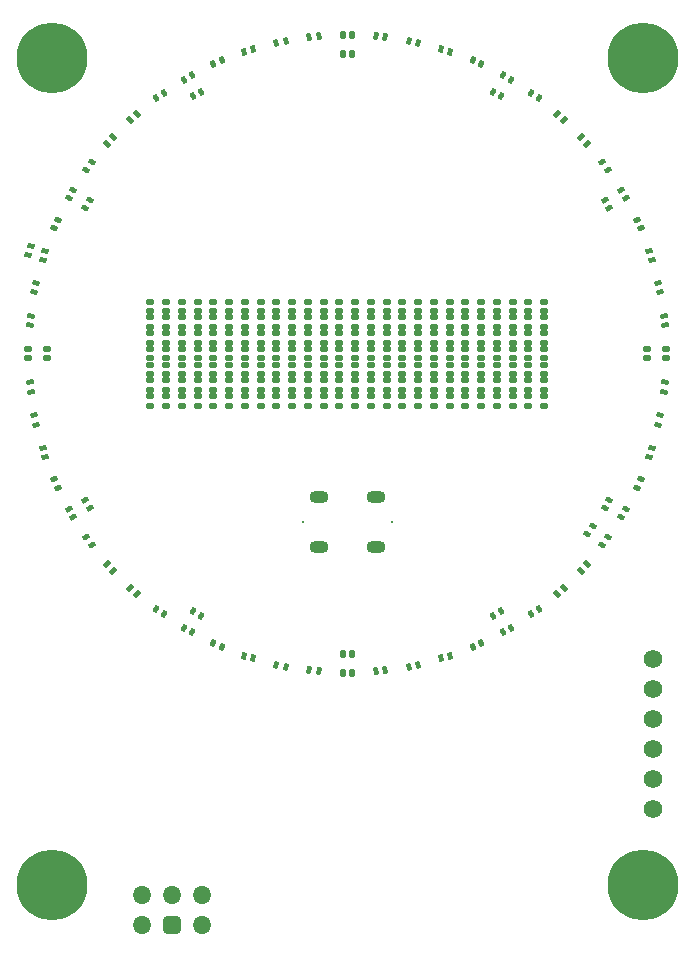
<source format=gbr>
%TF.GenerationSoftware,Altium Limited,Altium Designer,25.4.2 (15)*%
G04 Layer_Color=8388736*
%FSLAX45Y45*%
%MOMM*%
%TF.SameCoordinates,19D022B1-5E63-46E7-B1F0-11DBF932BF25*%
%TF.FilePolarity,Negative*%
%TF.FileFunction,Soldermask,Top*%
%TF.Part,Single*%
G01*
G75*
%TA.AperFunction,ComponentPad*%
%ADD49C,0.32500*%
%ADD50O,1.60000X1.10000*%
%TA.AperFunction,WasherPad*%
%ADD53C,6.00000*%
%TA.AperFunction,ComponentPad*%
G04:AMPARAMS|DCode=102|XSize=1.576mm|YSize=1.526mm|CornerRadius=0.4005mm|HoleSize=0mm|Usage=FLASHONLY|Rotation=180.000|XOffset=0mm|YOffset=0mm|HoleType=Round|Shape=RoundedRectangle|*
%AMROUNDEDRECTD102*
21,1,1.57600,0.72500,0,0,180.0*
21,1,0.77500,1.52600,0,0,180.0*
1,1,0.80100,-0.38750,0.36250*
1,1,0.80100,0.38750,0.36250*
1,1,0.80100,0.38750,-0.36250*
1,1,0.80100,-0.38750,-0.36250*
%
%ADD102ROUNDEDRECTD102*%
%ADD103O,1.57600X1.52600*%
%TA.AperFunction,ViaPad*%
%ADD104C,1.57600*%
%TA.AperFunction,SMDPad,CuDef*%
G04:AMPARAMS|DCode=105|XSize=0.426mm|YSize=0.626mm|CornerRadius=0.0555mm|HoleSize=0mm|Usage=FLASHONLY|Rotation=324.000|XOffset=0mm|YOffset=0mm|HoleType=Round|Shape=RoundedRectangle|*
%AMROUNDEDRECTD105*
21,1,0.42600,0.51500,0,0,324.0*
21,1,0.31500,0.62600,0,0,324.0*
1,1,0.11100,-0.02393,-0.30090*
1,1,0.11100,-0.27878,-0.11575*
1,1,0.11100,0.02393,0.30090*
1,1,0.11100,0.27878,0.11575*
%
%ADD105ROUNDEDRECTD105*%
G04:AMPARAMS|DCode=106|XSize=0.426mm|YSize=0.626mm|CornerRadius=0.0555mm|HoleSize=0mm|Usage=FLASHONLY|Rotation=330.000|XOffset=0mm|YOffset=0mm|HoleType=Round|Shape=RoundedRectangle|*
%AMROUNDEDRECTD106*
21,1,0.42600,0.51500,0,0,330.0*
21,1,0.31500,0.62600,0,0,330.0*
1,1,0.11100,0.00765,-0.30175*
1,1,0.11100,-0.26515,-0.14425*
1,1,0.11100,-0.00765,0.30175*
1,1,0.11100,0.26515,0.14425*
%
%ADD106ROUNDEDRECTD106*%
G04:AMPARAMS|DCode=107|XSize=0.426mm|YSize=0.626mm|CornerRadius=0.0555mm|HoleSize=0mm|Usage=FLASHONLY|Rotation=42.000|XOffset=0mm|YOffset=0mm|HoleType=Round|Shape=RoundedRectangle|*
%AMROUNDEDRECTD107*
21,1,0.42600,0.51500,0,0,42.0*
21,1,0.31500,0.62600,0,0,42.0*
1,1,0.11100,0.28935,-0.08597*
1,1,0.11100,0.05526,-0.29675*
1,1,0.11100,-0.28935,0.08597*
1,1,0.11100,-0.05526,0.29675*
%
%ADD107ROUNDEDRECTD107*%
G04:AMPARAMS|DCode=108|XSize=0.426mm|YSize=0.626mm|CornerRadius=0.0555mm|HoleSize=0mm|Usage=FLASHONLY|Rotation=48.000|XOffset=0mm|YOffset=0mm|HoleType=Round|Shape=RoundedRectangle|*
%AMROUNDEDRECTD108*
21,1,0.42600,0.51500,0,0,48.0*
21,1,0.31500,0.62600,0,0,48.0*
1,1,0.11100,0.29675,-0.05526*
1,1,0.11100,0.08597,-0.28935*
1,1,0.11100,-0.29675,0.05526*
1,1,0.11100,-0.08597,0.28935*
%
%ADD108ROUNDEDRECTD108*%
G04:AMPARAMS|DCode=109|XSize=0.426mm|YSize=0.626mm|CornerRadius=0.0555mm|HoleSize=0mm|Usage=FLASHONLY|Rotation=126.000|XOffset=0mm|YOffset=0mm|HoleType=Round|Shape=RoundedRectangle|*
%AMROUNDEDRECTD109*
21,1,0.42600,0.51500,0,0,126.0*
21,1,0.31500,0.62600,0,0,126.0*
1,1,0.11100,0.11575,0.27878*
1,1,0.11100,0.30090,0.02393*
1,1,0.11100,-0.11575,-0.27878*
1,1,0.11100,-0.30090,-0.02393*
%
%ADD109ROUNDEDRECTD109*%
G04:AMPARAMS|DCode=110|XSize=0.426mm|YSize=0.626mm|CornerRadius=0.0555mm|HoleSize=0mm|Usage=FLASHONLY|Rotation=132.000|XOffset=0mm|YOffset=0mm|HoleType=Round|Shape=RoundedRectangle|*
%AMROUNDEDRECTD110*
21,1,0.42600,0.51500,0,0,132.0*
21,1,0.31500,0.62600,0,0,132.0*
1,1,0.11100,0.08597,0.28935*
1,1,0.11100,0.29675,0.05526*
1,1,0.11100,-0.08597,-0.28935*
1,1,0.11100,-0.29675,-0.05526*
%
%ADD110ROUNDEDRECTD110*%
G04:AMPARAMS|DCode=111|XSize=0.426mm|YSize=0.626mm|CornerRadius=0.0555mm|HoleSize=0mm|Usage=FLASHONLY|Rotation=138.000|XOffset=0mm|YOffset=0mm|HoleType=Round|Shape=RoundedRectangle|*
%AMROUNDEDRECTD111*
21,1,0.42600,0.51500,0,0,138.0*
21,1,0.31500,0.62600,0,0,138.0*
1,1,0.11100,0.05526,0.29675*
1,1,0.11100,0.28935,0.08597*
1,1,0.11100,-0.05526,-0.29675*
1,1,0.11100,-0.28935,-0.08597*
%
%ADD111ROUNDEDRECTD111*%
G04:AMPARAMS|DCode=112|XSize=0.426mm|YSize=0.626mm|CornerRadius=0.0555mm|HoleSize=0mm|Usage=FLASHONLY|Rotation=270.000|XOffset=0mm|YOffset=0mm|HoleType=Round|Shape=RoundedRectangle|*
%AMROUNDEDRECTD112*
21,1,0.42600,0.51500,0,0,270.0*
21,1,0.31500,0.62600,0,0,270.0*
1,1,0.11100,-0.25750,-0.15750*
1,1,0.11100,-0.25750,0.15750*
1,1,0.11100,0.25750,0.15750*
1,1,0.11100,0.25750,-0.15750*
%
%ADD112ROUNDEDRECTD112*%
G04:AMPARAMS|DCode=113|XSize=0.426mm|YSize=0.626mm|CornerRadius=0.0555mm|HoleSize=0mm|Usage=FLASHONLY|Rotation=342.000|XOffset=0mm|YOffset=0mm|HoleType=Round|Shape=RoundedRectangle|*
%AMROUNDEDRECTD113*
21,1,0.42600,0.51500,0,0,342.0*
21,1,0.31500,0.62600,0,0,342.0*
1,1,0.11100,0.07022,-0.29357*
1,1,0.11100,-0.22936,-0.19623*
1,1,0.11100,-0.07022,0.29357*
1,1,0.11100,0.22936,0.19623*
%
%ADD113ROUNDEDRECTD113*%
G04:AMPARAMS|DCode=114|XSize=0.426mm|YSize=0.626mm|CornerRadius=0.0555mm|HoleSize=0mm|Usage=FLASHONLY|Rotation=234.000|XOffset=0mm|YOffset=0mm|HoleType=Round|Shape=RoundedRectangle|*
%AMROUNDEDRECTD114*
21,1,0.42600,0.51500,0,0,234.0*
21,1,0.31500,0.62600,0,0,234.0*
1,1,0.11100,-0.30090,0.02393*
1,1,0.11100,-0.11575,0.27878*
1,1,0.11100,0.30090,-0.02393*
1,1,0.11100,0.11575,-0.27878*
%
%ADD114ROUNDEDRECTD114*%
G04:AMPARAMS|DCode=115|XSize=0.426mm|YSize=0.626mm|CornerRadius=0.0555mm|HoleSize=0mm|Usage=FLASHONLY|Rotation=240.000|XOffset=0mm|YOffset=0mm|HoleType=Round|Shape=RoundedRectangle|*
%AMROUNDEDRECTD115*
21,1,0.42600,0.51500,0,0,240.0*
21,1,0.31500,0.62600,0,0,240.0*
1,1,0.11100,-0.30175,-0.00765*
1,1,0.11100,-0.14425,0.26515*
1,1,0.11100,0.30175,0.00765*
1,1,0.11100,0.14425,-0.26515*
%
%ADD115ROUNDEDRECTD115*%
G04:AMPARAMS|DCode=116|XSize=0.426mm|YSize=0.626mm|CornerRadius=0.0555mm|HoleSize=0mm|Usage=FLASHONLY|Rotation=246.000|XOffset=0mm|YOffset=0mm|HoleType=Round|Shape=RoundedRectangle|*
%AMROUNDEDRECTD116*
21,1,0.42600,0.51500,0,0,246.0*
21,1,0.31500,0.62600,0,0,246.0*
1,1,0.11100,-0.29930,-0.03915*
1,1,0.11100,-0.17118,0.24862*
1,1,0.11100,0.29930,0.03915*
1,1,0.11100,0.17118,-0.24862*
%
%ADD116ROUNDEDRECTD116*%
G04:AMPARAMS|DCode=117|XSize=0.426mm|YSize=0.626mm|CornerRadius=0.0555mm|HoleSize=0mm|Usage=FLASHONLY|Rotation=120.000|XOffset=0mm|YOffset=0mm|HoleType=Round|Shape=RoundedRectangle|*
%AMROUNDEDRECTD117*
21,1,0.42600,0.51500,0,0,120.0*
21,1,0.31500,0.62600,0,0,120.0*
1,1,0.11100,0.14425,0.26515*
1,1,0.11100,0.30175,-0.00765*
1,1,0.11100,-0.14425,-0.26515*
1,1,0.11100,-0.30175,0.00765*
%
%ADD117ROUNDEDRECTD117*%
G04:AMPARAMS|DCode=118|XSize=0.426mm|YSize=0.626mm|CornerRadius=0.0555mm|HoleSize=0mm|Usage=FLASHONLY|Rotation=114.000|XOffset=0mm|YOffset=0mm|HoleType=Round|Shape=RoundedRectangle|*
%AMROUNDEDRECTD118*
21,1,0.42600,0.51500,0,0,114.0*
21,1,0.31500,0.62600,0,0,114.0*
1,1,0.11100,0.17118,0.24862*
1,1,0.11100,0.29930,-0.03915*
1,1,0.11100,-0.17118,-0.24862*
1,1,0.11100,-0.29930,0.03915*
%
%ADD118ROUNDEDRECTD118*%
G04:AMPARAMS|DCode=119|XSize=0.426mm|YSize=0.626mm|CornerRadius=0.0555mm|HoleSize=0mm|Usage=FLASHONLY|Rotation=120.000|XOffset=0mm|YOffset=0mm|HoleType=Round|Shape=RoundedRectangle|*
%AMROUNDEDRECTD119*
21,1,0.42600,0.51500,0,0,120.0*
21,1,0.31500,0.62600,0,0,120.0*
1,1,0.11100,0.14425,0.26515*
1,1,0.11100,0.30175,-0.00765*
1,1,0.11100,-0.14425,-0.26515*
1,1,0.11100,-0.30175,0.00765*
%
%ADD119ROUNDEDRECTD119*%
G04:AMPARAMS|DCode=120|XSize=0.426mm|YSize=0.626mm|CornerRadius=0.0555mm|HoleSize=0mm|Usage=FLASHONLY|Rotation=252.000|XOffset=0mm|YOffset=0mm|HoleType=Round|Shape=RoundedRectangle|*
%AMROUNDEDRECTD120*
21,1,0.42600,0.51500,0,0,252.0*
21,1,0.31500,0.62600,0,0,252.0*
1,1,0.11100,-0.29357,-0.07022*
1,1,0.11100,-0.19623,0.22936*
1,1,0.11100,0.29357,0.07022*
1,1,0.11100,0.19623,-0.22936*
%
%ADD120ROUNDEDRECTD120*%
G04:AMPARAMS|DCode=121|XSize=0.426mm|YSize=0.626mm|CornerRadius=0.0555mm|HoleSize=0mm|Usage=FLASHONLY|Rotation=252.000|XOffset=0mm|YOffset=0mm|HoleType=Round|Shape=RoundedRectangle|*
%AMROUNDEDRECTD121*
21,1,0.42600,0.51500,0,0,252.0*
21,1,0.31500,0.62600,0,0,252.0*
1,1,0.11100,-0.29357,-0.07022*
1,1,0.11100,-0.19623,0.22936*
1,1,0.11100,0.29357,0.07022*
1,1,0.11100,0.19623,-0.22936*
%
%ADD121ROUNDEDRECTD121*%
G04:AMPARAMS|DCode=122|XSize=0.426mm|YSize=0.626mm|CornerRadius=0.0555mm|HoleSize=0mm|Usage=FLASHONLY|Rotation=258.000|XOffset=0mm|YOffset=0mm|HoleType=Round|Shape=RoundedRectangle|*
%AMROUNDEDRECTD122*
21,1,0.42600,0.51500,0,0,258.0*
21,1,0.31500,0.62600,0,0,258.0*
1,1,0.11100,-0.28462,-0.10052*
1,1,0.11100,-0.21913,0.20760*
1,1,0.11100,0.28462,0.10052*
1,1,0.11100,0.21913,-0.20760*
%
%ADD122ROUNDEDRECTD122*%
G04:AMPARAMS|DCode=123|XSize=0.426mm|YSize=0.626mm|CornerRadius=0.0555mm|HoleSize=0mm|Usage=FLASHONLY|Rotation=108.000|XOffset=0mm|YOffset=0mm|HoleType=Round|Shape=RoundedRectangle|*
%AMROUNDEDRECTD123*
21,1,0.42600,0.51500,0,0,108.0*
21,1,0.31500,0.62600,0,0,108.0*
1,1,0.11100,0.19623,0.22936*
1,1,0.11100,0.29357,-0.07022*
1,1,0.11100,-0.19623,-0.22936*
1,1,0.11100,-0.29357,0.07022*
%
%ADD123ROUNDEDRECTD123*%
G04:AMPARAMS|DCode=124|XSize=0.426mm|YSize=0.626mm|CornerRadius=0.0555mm|HoleSize=0mm|Usage=FLASHONLY|Rotation=96.000|XOffset=0mm|YOffset=0mm|HoleType=Round|Shape=RoundedRectangle|*
%AMROUNDEDRECTD124*
21,1,0.42600,0.51500,0,0,96.0*
21,1,0.31500,0.62600,0,0,96.0*
1,1,0.11100,0.23963,0.18355*
1,1,0.11100,0.27255,-0.12972*
1,1,0.11100,-0.23963,-0.18355*
1,1,0.11100,-0.27255,0.12972*
%
%ADD124ROUNDEDRECTD124*%
G04:AMPARAMS|DCode=125|XSize=0.426mm|YSize=0.626mm|CornerRadius=0.0555mm|HoleSize=0mm|Usage=FLASHONLY|Rotation=102.000|XOffset=0mm|YOffset=0mm|HoleType=Round|Shape=RoundedRectangle|*
%AMROUNDEDRECTD125*
21,1,0.42600,0.51500,0,0,102.0*
21,1,0.31500,0.62600,0,0,102.0*
1,1,0.11100,0.21913,0.20760*
1,1,0.11100,0.28462,-0.10052*
1,1,0.11100,-0.21913,-0.20760*
1,1,0.11100,-0.28462,0.10052*
%
%ADD125ROUNDEDRECTD125*%
G04:AMPARAMS|DCode=126|XSize=0.426mm|YSize=0.626mm|CornerRadius=0.0555mm|HoleSize=0mm|Usage=FLASHONLY|Rotation=264.000|XOffset=0mm|YOffset=0mm|HoleType=Round|Shape=RoundedRectangle|*
%AMROUNDEDRECTD126*
21,1,0.42600,0.51500,0,0,264.0*
21,1,0.31500,0.62600,0,0,264.0*
1,1,0.11100,-0.27255,-0.12972*
1,1,0.11100,-0.23963,0.18355*
1,1,0.11100,0.27255,0.12972*
1,1,0.11100,0.23963,-0.18355*
%
%ADD126ROUNDEDRECTD126*%
G04:AMPARAMS|DCode=127|XSize=0.426mm|YSize=0.626mm|CornerRadius=0.0555mm|HoleSize=0mm|Usage=FLASHONLY|Rotation=36.000|XOffset=0mm|YOffset=0mm|HoleType=Round|Shape=RoundedRectangle|*
%AMROUNDEDRECTD127*
21,1,0.42600,0.51500,0,0,36.0*
21,1,0.31500,0.62600,0,0,36.0*
1,1,0.11100,0.27878,-0.11575*
1,1,0.11100,0.02393,-0.30090*
1,1,0.11100,-0.27878,0.11575*
1,1,0.11100,-0.02393,0.30090*
%
%ADD127ROUNDEDRECTD127*%
G04:AMPARAMS|DCode=128|XSize=0.426mm|YSize=0.626mm|CornerRadius=0.0555mm|HoleSize=0mm|Usage=FLASHONLY|Rotation=30.000|XOffset=0mm|YOffset=0mm|HoleType=Round|Shape=RoundedRectangle|*
%AMROUNDEDRECTD128*
21,1,0.42600,0.51500,0,0,30.0*
21,1,0.31500,0.62600,0,0,30.0*
1,1,0.11100,0.26515,-0.14425*
1,1,0.11100,-0.00765,-0.30175*
1,1,0.11100,-0.26515,0.14425*
1,1,0.11100,0.00765,0.30175*
%
%ADD128ROUNDEDRECTD128*%
G04:AMPARAMS|DCode=129|XSize=0.426mm|YSize=0.626mm|CornerRadius=0.0555mm|HoleSize=0mm|Usage=FLASHONLY|Rotation=24.000|XOffset=0mm|YOffset=0mm|HoleType=Round|Shape=RoundedRectangle|*
%AMROUNDEDRECTD129*
21,1,0.42600,0.51500,0,0,24.0*
21,1,0.31500,0.62600,0,0,24.0*
1,1,0.11100,0.24862,-0.17118*
1,1,0.11100,-0.03915,-0.29930*
1,1,0.11100,-0.24862,0.17118*
1,1,0.11100,0.03915,0.29930*
%
%ADD129ROUNDEDRECTD129*%
G04:AMPARAMS|DCode=130|XSize=0.426mm|YSize=0.626mm|CornerRadius=0.0555mm|HoleSize=0mm|Usage=FLASHONLY|Rotation=18.000|XOffset=0mm|YOffset=0mm|HoleType=Round|Shape=RoundedRectangle|*
%AMROUNDEDRECTD130*
21,1,0.42600,0.51500,0,0,18.0*
21,1,0.31500,0.62600,0,0,18.0*
1,1,0.11100,0.22936,-0.19623*
1,1,0.11100,-0.07022,-0.29357*
1,1,0.11100,-0.22936,0.19623*
1,1,0.11100,0.07022,0.29357*
%
%ADD130ROUNDEDRECTD130*%
G04:AMPARAMS|DCode=131|XSize=0.426mm|YSize=0.626mm|CornerRadius=0.0555mm|HoleSize=0mm|Usage=FLASHONLY|Rotation=12.000|XOffset=0mm|YOffset=0mm|HoleType=Round|Shape=RoundedRectangle|*
%AMROUNDEDRECTD131*
21,1,0.42600,0.51500,0,0,12.0*
21,1,0.31500,0.62600,0,0,12.0*
1,1,0.11100,0.20760,-0.21913*
1,1,0.11100,-0.10052,-0.28462*
1,1,0.11100,-0.20760,0.21913*
1,1,0.11100,0.10052,0.28462*
%
%ADD131ROUNDEDRECTD131*%
G04:AMPARAMS|DCode=132|XSize=0.426mm|YSize=0.626mm|CornerRadius=0.0555mm|HoleSize=0mm|Usage=FLASHONLY|Rotation=6.000|XOffset=0mm|YOffset=0mm|HoleType=Round|Shape=RoundedRectangle|*
%AMROUNDEDRECTD132*
21,1,0.42600,0.51500,0,0,6.0*
21,1,0.31500,0.62600,0,0,6.0*
1,1,0.11100,0.18355,-0.23963*
1,1,0.11100,-0.12972,-0.27255*
1,1,0.11100,-0.18355,0.23963*
1,1,0.11100,0.12972,0.27255*
%
%ADD132ROUNDEDRECTD132*%
G04:AMPARAMS|DCode=133|XSize=0.426mm|YSize=0.626mm|CornerRadius=0.0555mm|HoleSize=0mm|Usage=FLASHONLY|Rotation=0.000|XOffset=0mm|YOffset=0mm|HoleType=Round|Shape=RoundedRectangle|*
%AMROUNDEDRECTD133*
21,1,0.42600,0.51500,0,0,0.0*
21,1,0.31500,0.62600,0,0,0.0*
1,1,0.11100,0.15750,-0.25750*
1,1,0.11100,-0.15750,-0.25750*
1,1,0.11100,-0.15750,0.25750*
1,1,0.11100,0.15750,0.25750*
%
%ADD133ROUNDEDRECTD133*%
G04:AMPARAMS|DCode=134|XSize=0.426mm|YSize=0.626mm|CornerRadius=0.0555mm|HoleSize=0mm|Usage=FLASHONLY|Rotation=354.000|XOffset=0mm|YOffset=0mm|HoleType=Round|Shape=RoundedRectangle|*
%AMROUNDEDRECTD134*
21,1,0.42600,0.51500,0,0,354.0*
21,1,0.31500,0.62600,0,0,354.0*
1,1,0.11100,0.12972,-0.27255*
1,1,0.11100,-0.18355,-0.23963*
1,1,0.11100,-0.12972,0.27255*
1,1,0.11100,0.18355,0.23963*
%
%ADD134ROUNDEDRECTD134*%
G04:AMPARAMS|DCode=135|XSize=0.426mm|YSize=0.626mm|CornerRadius=0.0555mm|HoleSize=0mm|Usage=FLASHONLY|Rotation=348.000|XOffset=0mm|YOffset=0mm|HoleType=Round|Shape=RoundedRectangle|*
%AMROUNDEDRECTD135*
21,1,0.42600,0.51500,0,0,348.0*
21,1,0.31500,0.62600,0,0,348.0*
1,1,0.11100,0.10052,-0.28462*
1,1,0.11100,-0.20760,-0.21913*
1,1,0.11100,-0.10052,0.28462*
1,1,0.11100,0.20760,0.21913*
%
%ADD135ROUNDEDRECTD135*%
G04:AMPARAMS|DCode=136|XSize=0.426mm|YSize=0.626mm|CornerRadius=0.0555mm|HoleSize=0mm|Usage=FLASHONLY|Rotation=336.000|XOffset=0mm|YOffset=0mm|HoleType=Round|Shape=RoundedRectangle|*
%AMROUNDEDRECTD136*
21,1,0.42600,0.51500,0,0,336.0*
21,1,0.31500,0.62600,0,0,336.0*
1,1,0.11100,0.03915,-0.29930*
1,1,0.11100,-0.24862,-0.17118*
1,1,0.11100,-0.03915,0.29930*
1,1,0.11100,0.24862,0.17118*
%
%ADD136ROUNDEDRECTD136*%
D49*
X2625000Y3572200D02*
D03*
X3375000D02*
D03*
D50*
X2760000Y3359700D02*
D03*
X3240000D02*
D03*
X2760000Y3784700D02*
D03*
X3240000Y3787200D02*
D03*
D53*
X500000Y500000D02*
D03*
X5500000D02*
D03*
Y7500000D02*
D03*
X500000D02*
D03*
D102*
X1520000Y163496D02*
D03*
D103*
Y417496D02*
D03*
X1774000D02*
D03*
X1266000Y163496D02*
D03*
X1774000D02*
D03*
X1266000Y417496D02*
D03*
D104*
X5588000Y2413000D02*
D03*
Y2159000D02*
D03*
Y1143000D02*
D03*
Y1905000D02*
D03*
Y1651000D02*
D03*
Y1397000D02*
D03*
D105*
X1380620Y2839165D02*
D03*
X1445341Y2792144D02*
D03*
X4554660Y7207857D02*
D03*
X4619381Y7160835D02*
D03*
D106*
X1615359Y2681733D02*
D03*
X1684641Y2641731D02*
D03*
X4384642Y7318268D02*
D03*
X1764641Y2780295D02*
D03*
X4235359Y7219705D02*
D03*
X4315358Y7358269D02*
D03*
X1695359Y2820296D02*
D03*
X4304641Y7179703D02*
D03*
D107*
X4776927Y2966744D02*
D03*
X4836378Y3020274D02*
D03*
X1163622Y6979725D02*
D03*
X1223073Y7033256D02*
D03*
D108*
X4979726Y3163622D02*
D03*
X5033256Y3223073D02*
D03*
X966744Y6776927D02*
D03*
X1020275Y6836378D02*
D03*
D109*
X5160834Y6619380D02*
D03*
X839166Y3380620D02*
D03*
X5207857Y6554659D02*
D03*
X792143Y3445340D02*
D03*
D110*
X4979726Y6836378D02*
D03*
X1020274Y3163622D02*
D03*
X966744Y3223073D02*
D03*
X5033256Y6776927D02*
D03*
D111*
X4776927Y7033256D02*
D03*
X1223073Y2966744D02*
D03*
X1163622Y3020274D02*
D03*
X4836378Y6979726D02*
D03*
D112*
X4666626Y5359990D02*
D03*
X4533296D02*
D03*
X4399966D02*
D03*
X4133306D02*
D03*
X3999977D02*
D03*
X4266636D02*
D03*
X3866647D02*
D03*
X3733317D02*
D03*
X3466657D02*
D03*
X3599987D02*
D03*
X3199997D02*
D03*
X3066667D02*
D03*
X3333327D02*
D03*
X3599986Y4640010D02*
D03*
X1866697D02*
D03*
X3599986Y4773340D02*
D03*
X1866697D02*
D03*
X3599986Y4906670D02*
D03*
X1866697D02*
D03*
X3599986Y5040000D02*
D03*
X1866697D02*
D03*
X3599987Y5173330D02*
D03*
X1866697D02*
D03*
X3599987Y5306660D02*
D03*
X1866697Y5306700D02*
D03*
X3599987Y5439990D02*
D03*
X1866697D02*
D03*
X2933337Y5359990D02*
D03*
X2800007D02*
D03*
X2666677D02*
D03*
X2533347D02*
D03*
X2400017D02*
D03*
X2266687D02*
D03*
X2133357D02*
D03*
X2000027D02*
D03*
X1866697D02*
D03*
X1733367D02*
D03*
X1600037D02*
D03*
X1466707D02*
D03*
X1333377D02*
D03*
X2933336Y5226660D02*
D03*
X2800006Y5226700D02*
D03*
X2666676D02*
D03*
X2533346D02*
D03*
X2400016D02*
D03*
X2266686D02*
D03*
X2133356D02*
D03*
X2000026D02*
D03*
X1866697D02*
D03*
X1733367D02*
D03*
X1600037D02*
D03*
X1466707D02*
D03*
X1333377Y5226660D02*
D03*
X4666626D02*
D03*
X4533296D02*
D03*
X4399966D02*
D03*
X3999977D02*
D03*
X3866647D02*
D03*
X4133306D02*
D03*
X3599987D02*
D03*
X3733317D02*
D03*
X4266636D02*
D03*
X3466657D02*
D03*
X3333327D02*
D03*
X3066667D02*
D03*
X3199997D02*
D03*
X2933336Y5093330D02*
D03*
X2800006D02*
D03*
X2666676D02*
D03*
X2533346D02*
D03*
X2400016D02*
D03*
X2266686D02*
D03*
X2133356D02*
D03*
X2000026D02*
D03*
X1866697D02*
D03*
X1733367D02*
D03*
X1600037D02*
D03*
X1466707D02*
D03*
X1333377D02*
D03*
X4666626D02*
D03*
X4533296D02*
D03*
X3999977D02*
D03*
X3866647D02*
D03*
X4133306D02*
D03*
X3599987D02*
D03*
X3466657D02*
D03*
X3733317D02*
D03*
X4399966D02*
D03*
X4266636D02*
D03*
X3333327D02*
D03*
X3199997D02*
D03*
X3066667D02*
D03*
X300000Y4960000D02*
D03*
X460000D02*
D03*
X2933336Y4960000D02*
D03*
X2800006D02*
D03*
X2666676D02*
D03*
X2533346D02*
D03*
X2400016D02*
D03*
X2266686D02*
D03*
X2133356D02*
D03*
X2000026D02*
D03*
X1866697D02*
D03*
X1733367D02*
D03*
X1600037D02*
D03*
X1466707D02*
D03*
X1333377D02*
D03*
X5700000Y5040000D02*
D03*
X5540000D02*
D03*
X4666625Y4960000D02*
D03*
X4533295D02*
D03*
X4399965D02*
D03*
X3999975D02*
D03*
X3866646D02*
D03*
X4133305D02*
D03*
X3599986D02*
D03*
X3733316D02*
D03*
X4266635D02*
D03*
X3466656D02*
D03*
X3333327D02*
D03*
X3066666D02*
D03*
X3199997D02*
D03*
X2933336Y4826670D02*
D03*
X2800006D02*
D03*
X2666676D02*
D03*
X2533346D02*
D03*
X2400016D02*
D03*
X2266686D02*
D03*
X2133356D02*
D03*
X2000026D02*
D03*
X1866697D02*
D03*
X1733367D02*
D03*
X1600037D02*
D03*
X1466707D02*
D03*
X1333377D02*
D03*
X4666625D02*
D03*
X4533295D02*
D03*
X4399965D02*
D03*
X3999975D02*
D03*
X3866646D02*
D03*
X4133305D02*
D03*
X3599986D02*
D03*
X3733316D02*
D03*
X4266635D02*
D03*
X3466656D02*
D03*
X3333327D02*
D03*
X3066666D02*
D03*
X3199997D02*
D03*
X2933336Y4693340D02*
D03*
X2800006D02*
D03*
X2666676D02*
D03*
X2533346D02*
D03*
X2400016D02*
D03*
X2266686D02*
D03*
X2133356D02*
D03*
X2000026D02*
D03*
X1866697D02*
D03*
X1733367D02*
D03*
X1600037D02*
D03*
X1466707D02*
D03*
X1333377D02*
D03*
X4666625D02*
D03*
X4533295D02*
D03*
X4399965D02*
D03*
X4133305D02*
D03*
X3999975D02*
D03*
X4266635D02*
D03*
X3866646D02*
D03*
X3733316D02*
D03*
X3466656D02*
D03*
X3599986D02*
D03*
X3199997D02*
D03*
X3066666D02*
D03*
X3333327D02*
D03*
X2933336Y4560010D02*
D03*
X2800006D02*
D03*
X2666676D02*
D03*
X2533346D02*
D03*
X2400016D02*
D03*
X2266686D02*
D03*
X2133356D02*
D03*
X2000026D02*
D03*
X1866697D02*
D03*
X1733367D02*
D03*
X1600037D02*
D03*
X1466707D02*
D03*
X1333377D02*
D03*
X4666625D02*
D03*
X4533295D02*
D03*
X3999975D02*
D03*
X3866646D02*
D03*
X4133305D02*
D03*
X3599986D02*
D03*
X3466656D02*
D03*
X3733316D02*
D03*
X4399965D02*
D03*
X4266635D02*
D03*
X3333327D02*
D03*
X3199997D02*
D03*
X3066666D02*
D03*
Y4640010D02*
D03*
X1333377D02*
D03*
X3066666Y4773340D02*
D03*
X1333377D02*
D03*
X3066666Y4906670D02*
D03*
X1333377D02*
D03*
X3066666Y5040000D02*
D03*
X1333377D02*
D03*
X3066667Y5173330D02*
D03*
X1333377D02*
D03*
X3066667Y5306660D02*
D03*
X1333377D02*
D03*
X3066667Y5439990D02*
D03*
X1333377D02*
D03*
X3199997Y4640010D02*
D03*
Y4773340D02*
D03*
Y4906670D02*
D03*
Y5040000D02*
D03*
Y5173330D02*
D03*
Y5306660D02*
D03*
Y5439990D02*
D03*
X1466707Y4640010D02*
D03*
Y4773340D02*
D03*
Y4906670D02*
D03*
Y5040000D02*
D03*
Y5173330D02*
D03*
Y5306700D02*
D03*
X1466707Y5439990D02*
D03*
X3333327Y4640010D02*
D03*
X1600037D02*
D03*
X3333327Y4773340D02*
D03*
X1600037D02*
D03*
X3333327Y4906670D02*
D03*
X1600037D02*
D03*
X3333327Y5040000D02*
D03*
X1600037D02*
D03*
X3333327Y5173330D02*
D03*
X1600037D02*
D03*
X3333327Y5306660D02*
D03*
X1600037Y5306700D02*
D03*
X3333327Y5439990D02*
D03*
X1600037D02*
D03*
X3466656Y4640010D02*
D03*
X1733367D02*
D03*
X3466656Y4773340D02*
D03*
X1733367D02*
D03*
X3466656Y4906670D02*
D03*
X1733367D02*
D03*
X3466656Y5040000D02*
D03*
X1733367D02*
D03*
X3466657Y5173330D02*
D03*
X1733367D02*
D03*
X3466657Y5306660D02*
D03*
X1733367Y5306700D02*
D03*
X3466657Y5439990D02*
D03*
X1733367D02*
D03*
X3733316Y4640010D02*
D03*
X2000026D02*
D03*
X3733316Y4773340D02*
D03*
X2000026D02*
D03*
X3733316Y4906670D02*
D03*
X2000026D02*
D03*
X3733316Y5040000D02*
D03*
X2000026D02*
D03*
X3733317Y5173330D02*
D03*
X2000026D02*
D03*
X3733317Y5306660D02*
D03*
X2000026Y5306700D02*
D03*
X3733317Y5439990D02*
D03*
X2000027D02*
D03*
X3866646Y4640010D02*
D03*
X2133356D02*
D03*
X3866646Y4773340D02*
D03*
X2133356D02*
D03*
X3866646Y4906670D02*
D03*
X2133356D02*
D03*
X3866646Y5040000D02*
D03*
X2133356D02*
D03*
X3866647Y5173330D02*
D03*
X2133356D02*
D03*
X3866647Y5306660D02*
D03*
X2133356Y5306700D02*
D03*
X3866647Y5439990D02*
D03*
X2133357D02*
D03*
X3999975Y4640010D02*
D03*
X2266686D02*
D03*
X3999975Y4773340D02*
D03*
X2266686D02*
D03*
X3999975Y4906670D02*
D03*
X2266686D02*
D03*
X3999975Y5040000D02*
D03*
X2266686D02*
D03*
X3999977Y5173330D02*
D03*
X2266686D02*
D03*
X3999977Y5306660D02*
D03*
X2266686Y5306700D02*
D03*
X3999977Y5439990D02*
D03*
X2266687D02*
D03*
X4133305Y4640010D02*
D03*
X2400016D02*
D03*
X4133305Y4773340D02*
D03*
X2400016D02*
D03*
X4133305Y4906670D02*
D03*
X2400016D02*
D03*
X4133305Y5040000D02*
D03*
X2400016D02*
D03*
X4133306Y5173330D02*
D03*
X2400016D02*
D03*
X4133306Y5306660D02*
D03*
X2400016Y5306700D02*
D03*
X4133306Y5439990D02*
D03*
X2400017D02*
D03*
X4266635Y4640010D02*
D03*
X2533346D02*
D03*
X4266635Y4773340D02*
D03*
X2533346D02*
D03*
X4266635Y4906670D02*
D03*
X2533346D02*
D03*
X4266635Y5040000D02*
D03*
X2533346D02*
D03*
X4266636Y5173330D02*
D03*
X2533346D02*
D03*
X4266636Y5306660D02*
D03*
X2533346Y5306700D02*
D03*
X4266636Y5439990D02*
D03*
X2533347D02*
D03*
X4399965Y4640010D02*
D03*
X2666676D02*
D03*
X4399965Y4773340D02*
D03*
X2666676D02*
D03*
X4399965Y4906670D02*
D03*
X2666676D02*
D03*
X4399965Y5040000D02*
D03*
X2666676D02*
D03*
X4399966Y5173330D02*
D03*
X2666676D02*
D03*
X4399966Y5306660D02*
D03*
X2666676Y5306700D02*
D03*
X4399966Y5439990D02*
D03*
X2666677D02*
D03*
X4533295Y4640010D02*
D03*
X2800006D02*
D03*
X4533295Y4773340D02*
D03*
X2800006D02*
D03*
X4533295Y4906670D02*
D03*
X2800006D02*
D03*
X4533295Y5040000D02*
D03*
X2800006D02*
D03*
X4533296Y5173330D02*
D03*
X2800006D02*
D03*
X4533296Y5306660D02*
D03*
X2800006Y5306700D02*
D03*
X4533296Y5439990D02*
D03*
X2800007D02*
D03*
X4666625Y4640010D02*
D03*
X2933336D02*
D03*
X4666625Y4773340D02*
D03*
X2933336D02*
D03*
X4666625Y4906670D02*
D03*
X2933336D02*
D03*
X4666625Y5040000D02*
D03*
X2933336D02*
D03*
X4666626Y5173330D02*
D03*
X2933336D02*
D03*
X4666626Y5306660D02*
D03*
X2933336D02*
D03*
X4666626Y5439990D02*
D03*
X2933337D02*
D03*
X460000Y5040000D02*
D03*
X5540000Y4960000D02*
D03*
X300000Y5040000D02*
D03*
X5700000Y4960000D02*
D03*
D113*
X2127612Y2444508D02*
D03*
X2203697Y2419787D02*
D03*
X3796305Y7580214D02*
D03*
X3872387Y7555491D02*
D03*
D114*
X792143Y6554659D02*
D03*
X5207857Y3445340D02*
D03*
X5078415Y3539386D02*
D03*
X5160835Y3380619D02*
D03*
X839166Y6619380D02*
D03*
X5031392Y3474664D02*
D03*
D115*
X641732Y6315359D02*
D03*
X780296Y6235358D02*
D03*
X5358269Y3684641D02*
D03*
X5219705Y3764641D02*
D03*
X5179705Y3695359D02*
D03*
X820295Y6304642D02*
D03*
X5318269Y3615359D02*
D03*
X681732Y6384641D02*
D03*
D116*
X517159Y6061647D02*
D03*
X5482841Y3938353D02*
D03*
X5450304Y3865269D02*
D03*
X549697Y6134731D02*
D03*
D117*
X5318269Y6384642D02*
D03*
X681731Y3615359D02*
D03*
X820296Y3695359D02*
D03*
X780296Y3764641D02*
D03*
X641732Y3684641D02*
D03*
X5358268Y6315357D02*
D03*
D118*
X5450304Y6134730D02*
D03*
X549697Y3865269D02*
D03*
X5482841Y6061647D02*
D03*
X517159Y3938353D02*
D03*
D119*
X5179704Y6304641D02*
D03*
X5219705Y6235359D02*
D03*
D120*
X419787Y5796304D02*
D03*
X5580213Y4203696D02*
D03*
X5555492Y4127612D02*
D03*
X444508Y5872387D02*
D03*
D121*
X296409Y5836000D02*
D03*
X321129Y5912083D02*
D03*
D122*
X350685Y5522235D02*
D03*
X5649314Y4477764D02*
D03*
X367318Y5600488D02*
D03*
X5632682Y4399513D02*
D03*
D123*
X5555492Y5872388D02*
D03*
X444508Y4127612D02*
D03*
X419787Y4203696D02*
D03*
X5580213Y5796304D02*
D03*
D124*
X5681027Y5322008D02*
D03*
X318972Y4677992D02*
D03*
X5689391Y5242446D02*
D03*
X310610Y4757554D02*
D03*
D125*
X5632682Y5600487D02*
D03*
X367318Y4399512D02*
D03*
X350686Y4477764D02*
D03*
X5649315Y5522236D02*
D03*
D126*
X310611Y5242446D02*
D03*
X5689390Y4757554D02*
D03*
X5681028Y4677992D02*
D03*
X318972Y5322008D02*
D03*
D127*
X4619381Y2839166D02*
D03*
X1380621Y7160835D02*
D03*
X4554659Y2792143D02*
D03*
X1445340Y7207856D02*
D03*
D128*
X4304642Y2820295D02*
D03*
X4384641Y2681732D02*
D03*
X1695359Y7179705D02*
D03*
X1615359Y7318269D02*
D03*
X4315358Y2641731D02*
D03*
X1684642Y7358268D02*
D03*
X4235359Y2780295D02*
D03*
X1764641Y7219704D02*
D03*
D129*
X4134731Y2549696D02*
D03*
X1865269Y7450304D02*
D03*
X1938353Y7482841D02*
D03*
X4061647Y2517159D02*
D03*
D130*
X3872387Y2444508D02*
D03*
X2127613Y7555491D02*
D03*
X2203696Y7580213D02*
D03*
X3796305Y2419787D02*
D03*
D131*
X3600488Y2367318D02*
D03*
X2399513Y7632682D02*
D03*
X2477764Y7649315D02*
D03*
X3522236Y2350685D02*
D03*
D132*
X3322007Y2318972D02*
D03*
X2677992Y7681027D02*
D03*
X3242446Y2310610D02*
D03*
X2757555Y7689391D02*
D03*
D133*
X3040000Y2460000D02*
D03*
X3040000Y2300000D02*
D03*
X2959999Y7540000D02*
D03*
X2960000Y7700000D02*
D03*
X2960000Y2300000D02*
D03*
X2960000Y2460000D02*
D03*
X3040000Y7699999D02*
D03*
X3040001Y7540000D02*
D03*
D134*
X2757555Y2310610D02*
D03*
X3242446Y7689390D02*
D03*
X3322008Y7681027D02*
D03*
X2677992Y2318972D02*
D03*
D135*
X2477765Y2350685D02*
D03*
X3522236Y7649314D02*
D03*
X3600487Y7632682D02*
D03*
X2399512Y2367318D02*
D03*
D136*
X1938353Y2517160D02*
D03*
X4061647Y7482843D02*
D03*
X1865270Y2549695D02*
D03*
X4134731Y7450302D02*
D03*
%TF.MD5,f7a2002baae726440c4b03b169ce77d0*%
M02*

</source>
